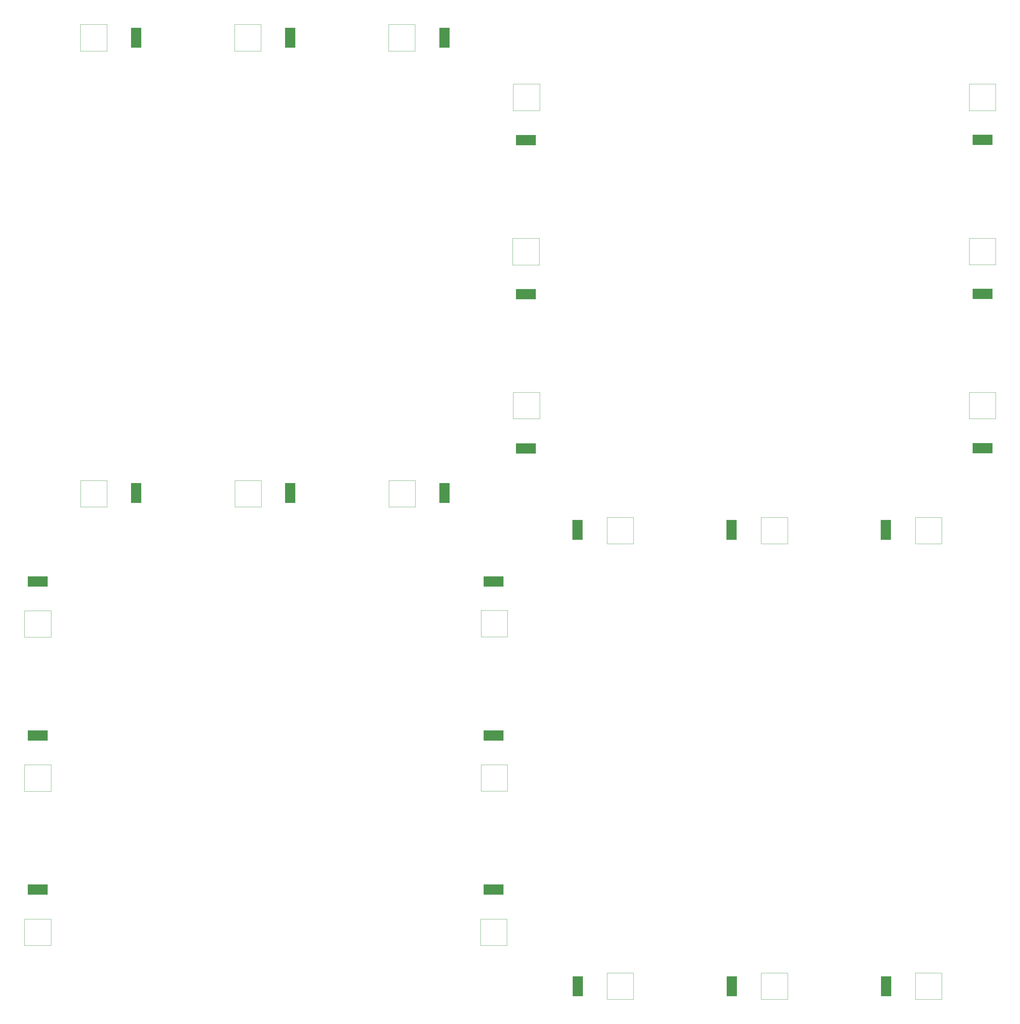
<source format=gbr>
G04 #@! TF.GenerationSoftware,KiCad,Pcbnew,5.1.5-52549c5~84~ubuntu18.04.1*
G04 #@! TF.CreationDate,2019-12-12T01:36:16-05:00*
G04 #@! TF.ProjectId,data_pod_battery_board,64617461-5f70-46f6-945f-626174746572,1*
G04 #@! TF.SameCoordinates,Original*
G04 #@! TF.FileFunction,Paste,Top*
G04 #@! TF.FilePolarity,Positive*
%FSLAX46Y46*%
G04 Gerber Fmt 4.6, Leading zero omitted, Abs format (unit mm)*
G04 Created by KiCad (PCBNEW 5.1.5-52549c5~84~ubuntu18.04.1) date 2019-12-12 01:36:16*
%MOMM*%
%LPD*%
G04 APERTURE LIST*
%ADD10C,0.120000*%
%ADD11R,3.048000X6.000000*%
%ADD12R,6.000000X3.048000*%
G04 APERTURE END LIST*
D10*
X400208152Y-172017848D02*
X400208152Y-164117848D01*
X400208152Y-164117848D02*
X392308152Y-164117848D01*
X392308152Y-164117848D02*
X392308152Y-172017848D01*
X392308152Y-172017848D02*
X400208152Y-172017848D01*
X264098152Y-172017848D02*
X264098152Y-164117848D01*
X264098152Y-164117848D02*
X256198152Y-164117848D01*
X256198152Y-164117848D02*
X256198152Y-172017848D01*
X256198152Y-172017848D02*
X264098152Y-172017848D01*
X330200652Y-345327848D02*
X338100652Y-345327848D01*
X338100652Y-345327848D02*
X338100652Y-337427848D01*
X338100652Y-337427848D02*
X330200652Y-337427848D01*
X330200652Y-337427848D02*
X330200652Y-345327848D01*
X330200652Y-209327848D02*
X338100652Y-209327848D01*
X338100652Y-209327848D02*
X338100652Y-201427848D01*
X338100652Y-201427848D02*
X330200652Y-201427848D01*
X330200652Y-201427848D02*
X330200652Y-209327848D01*
X376205652Y-345327848D02*
X384105652Y-345327848D01*
X384105652Y-345327848D02*
X384105652Y-337427848D01*
X384105652Y-337427848D02*
X376205652Y-337427848D01*
X376205652Y-337427848D02*
X376205652Y-345327848D01*
X284195652Y-345327848D02*
X292095652Y-345327848D01*
X292095652Y-345327848D02*
X292095652Y-337427848D01*
X292095652Y-337427848D02*
X284195652Y-337427848D01*
X284195652Y-337427848D02*
X284195652Y-345327848D01*
X376205652Y-209327848D02*
X384105652Y-209327848D01*
X384105652Y-209327848D02*
X384105652Y-201427848D01*
X384105652Y-201427848D02*
X376205652Y-201427848D01*
X376205652Y-201427848D02*
X376205652Y-209327848D01*
X284195652Y-209327848D02*
X292095652Y-209327848D01*
X292095652Y-209327848D02*
X292095652Y-201427848D01*
X292095652Y-201427848D02*
X284195652Y-201427848D01*
X284195652Y-201427848D02*
X284195652Y-209327848D01*
X400208152Y-80007848D02*
X400208152Y-72107848D01*
X400208152Y-72107848D02*
X392308152Y-72107848D01*
X392308152Y-72107848D02*
X392308152Y-80007848D01*
X392308152Y-80007848D02*
X400208152Y-80007848D01*
X180910652Y-54337848D02*
X173010652Y-54337848D01*
X173010652Y-54337848D02*
X173010652Y-62237848D01*
X173010652Y-62237848D02*
X180910652Y-62237848D01*
X180910652Y-62237848D02*
X180910652Y-54337848D01*
X110318152Y-229297848D02*
X110318152Y-237197848D01*
X110318152Y-237197848D02*
X118218152Y-237197848D01*
X118218152Y-237197848D02*
X118218152Y-229297848D01*
X118218152Y-229297848D02*
X110318152Y-229297848D01*
X110318152Y-321307848D02*
X110318152Y-329207848D01*
X110318152Y-329207848D02*
X118218152Y-329207848D01*
X118218152Y-329207848D02*
X118218152Y-321307848D01*
X118218152Y-321307848D02*
X110318152Y-321307848D01*
X264098152Y-80007848D02*
X264098152Y-72107848D01*
X264098152Y-72107848D02*
X256198152Y-72107848D01*
X256198152Y-72107848D02*
X256198152Y-80007848D01*
X256198152Y-80007848D02*
X264098152Y-80007848D01*
X173070652Y-198327848D02*
X180970652Y-198327848D01*
X180970652Y-198327848D02*
X180970652Y-190427848D01*
X180970652Y-190427848D02*
X173070652Y-190427848D01*
X173070652Y-190427848D02*
X173070652Y-198327848D01*
X254488152Y-237137848D02*
X254488152Y-229237848D01*
X254488152Y-229237848D02*
X246588152Y-229237848D01*
X246588152Y-229237848D02*
X246588152Y-237137848D01*
X246588152Y-237137848D02*
X254488152Y-237137848D01*
X246408152Y-321307848D02*
X246408152Y-329207848D01*
X246408152Y-329207848D02*
X254308152Y-329207848D01*
X254308152Y-329207848D02*
X254308152Y-321307848D01*
X254308152Y-321307848D02*
X246408152Y-321307848D01*
X400208152Y-126012848D02*
X400208152Y-118112848D01*
X400208152Y-118112848D02*
X392308152Y-118112848D01*
X392308152Y-118112848D02*
X392308152Y-126012848D01*
X392308152Y-126012848D02*
X400208152Y-126012848D01*
X226915652Y-54337848D02*
X219015652Y-54337848D01*
X219015652Y-54337848D02*
X219015652Y-62237848D01*
X219015652Y-62237848D02*
X226915652Y-62237848D01*
X226915652Y-62237848D02*
X226915652Y-54337848D01*
X134905652Y-54337848D02*
X127005652Y-54337848D01*
X127005652Y-54337848D02*
X127005652Y-62237848D01*
X127005652Y-62237848D02*
X134905652Y-62237848D01*
X134905652Y-62237848D02*
X134905652Y-54337848D01*
X110318152Y-275302848D02*
X110318152Y-283202848D01*
X110318152Y-283202848D02*
X118218152Y-283202848D01*
X118218152Y-283202848D02*
X118218152Y-275302848D01*
X118218152Y-275302848D02*
X110318152Y-275302848D01*
X256018152Y-118172848D02*
X256018152Y-126072848D01*
X256018152Y-126072848D02*
X263918152Y-126072848D01*
X263918152Y-126072848D02*
X263918152Y-118172848D01*
X263918152Y-118172848D02*
X256018152Y-118172848D01*
X219075652Y-198327848D02*
X226975652Y-198327848D01*
X226975652Y-198327848D02*
X226975652Y-190427848D01*
X226975652Y-190427848D02*
X219075652Y-190427848D01*
X219075652Y-190427848D02*
X219075652Y-198327848D01*
X127065652Y-198327848D02*
X134965652Y-198327848D01*
X134965652Y-198327848D02*
X134965652Y-190427848D01*
X134965652Y-190427848D02*
X127065652Y-190427848D01*
X127065652Y-190427848D02*
X127065652Y-198327848D01*
X254488152Y-283142848D02*
X254488152Y-275242848D01*
X254488152Y-275242848D02*
X246588152Y-275242848D01*
X246588152Y-275242848D02*
X246588152Y-283142848D01*
X246588152Y-283142848D02*
X254488152Y-283142848D01*
D11*
X321380652Y-205197848D03*
X321460652Y-341377848D03*
D12*
X259968152Y-180837848D03*
X396258152Y-180757848D03*
D11*
X367385652Y-205197848D03*
X275375652Y-205197848D03*
X367465652Y-341377848D03*
X275455652Y-341377848D03*
D12*
X259968152Y-88827848D03*
D11*
X189650652Y-194197848D03*
D12*
X250358152Y-220557848D03*
X250358152Y-312567848D03*
X396258152Y-88747848D03*
D11*
X189650652Y-58287848D03*
D12*
X114268152Y-220557848D03*
X114268152Y-312567848D03*
X259968152Y-134832848D03*
D11*
X235655652Y-194197848D03*
X143645652Y-194197848D03*
D12*
X250358152Y-266562848D03*
X396258152Y-134752848D03*
D11*
X235655652Y-58287848D03*
X143645652Y-58287848D03*
D12*
X114268152Y-266562848D03*
M02*

</source>
